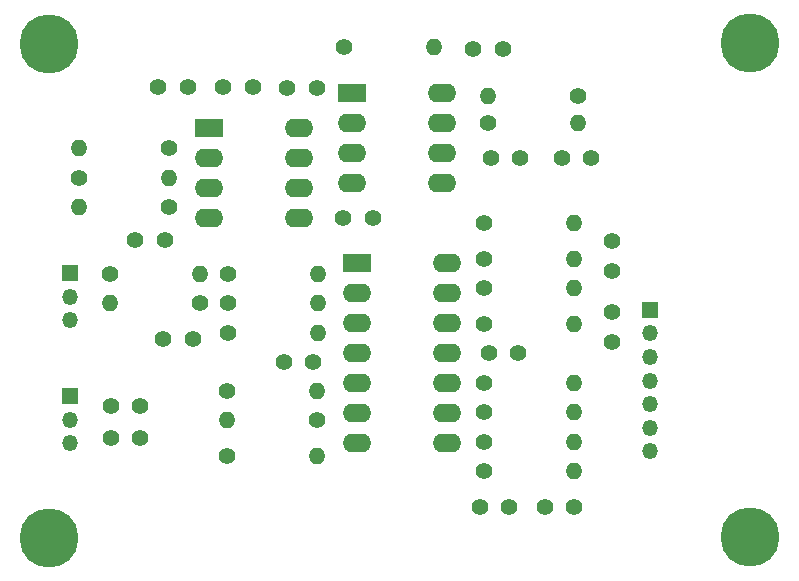
<source format=gbr>
%TF.GenerationSoftware,KiCad,Pcbnew,9.0.5*%
%TF.CreationDate,2025-10-16T11:43:33+03:30*%
%TF.ProjectId,ECG,4543472e-6b69-4636-9164-5f7063625858,rev?*%
%TF.SameCoordinates,Original*%
%TF.FileFunction,Soldermask,Top*%
%TF.FilePolarity,Negative*%
%FSLAX46Y46*%
G04 Gerber Fmt 4.6, Leading zero omitted, Abs format (unit mm)*
G04 Created by KiCad (PCBNEW 9.0.5) date 2025-10-16 11:43:33*
%MOMM*%
%LPD*%
G01*
G04 APERTURE LIST*
%ADD10C,1.400000*%
%ADD11O,1.400000X1.400000*%
%ADD12R,1.350000X1.350000*%
%ADD13O,1.350000X1.350000*%
%ADD14C,2.900000*%
%ADD15C,5.000000*%
%ADD16R,2.400000X1.600000*%
%ADD17O,2.400000X1.600000*%
G04 APERTURE END LIST*
D10*
%TO.C,C10*%
X90525000Y-87125000D03*
X88025000Y-87125000D03*
%TD*%
%TO.C,R22*%
X117590000Y-88725000D03*
D11*
X125210000Y-88725000D03*
%TD*%
D10*
%TO.C,R7*%
X90930000Y-79300000D03*
D11*
X83310000Y-79300000D03*
%TD*%
D10*
%TO.C,C11*%
X103425000Y-74225000D03*
X100925000Y-74225000D03*
%TD*%
D12*
%TO.C,Supply1*%
X82500000Y-100325000D03*
D13*
X82500000Y-102325000D03*
X82500000Y-104325000D03*
%TD*%
D10*
%TO.C,R6*%
X95900000Y-94975000D03*
D11*
X103520000Y-94975000D03*
%TD*%
D10*
%TO.C,R8*%
X83310000Y-81900000D03*
D11*
X90930000Y-81900000D03*
%TD*%
D10*
%TO.C,R17*%
X117590000Y-94225000D03*
D11*
X125210000Y-94225000D03*
%TD*%
D10*
%TO.C,R13*%
X117590000Y-101725000D03*
D11*
X125210000Y-101725000D03*
%TD*%
D14*
%TO.C,REF\u002A\u002A*%
X140125000Y-70475000D03*
D15*
X140125000Y-70475000D03*
%TD*%
D14*
%TO.C,REF\u002A\u002A*%
X80700000Y-70525000D03*
D15*
X80700000Y-70525000D03*
%TD*%
D10*
%TO.C,C6*%
X118150000Y-80225000D03*
X120650000Y-80225000D03*
%TD*%
%TO.C,C4*%
X117200000Y-109725000D03*
X119700000Y-109725000D03*
%TD*%
%TO.C,R15*%
X117590000Y-106725000D03*
D11*
X125210000Y-106725000D03*
%TD*%
D12*
%TO.C,Input1*%
X82500000Y-89925000D03*
D13*
X82500000Y-91925000D03*
X82500000Y-93925000D03*
%TD*%
D10*
%TO.C,R18*%
X117590000Y-91225000D03*
D11*
X125210000Y-91225000D03*
%TD*%
D10*
%TO.C,C13*%
X108150000Y-85250000D03*
X105650000Y-85250000D03*
%TD*%
%TO.C,C1*%
X90400000Y-95475000D03*
X92900000Y-95475000D03*
%TD*%
%TO.C,C2*%
X95475000Y-74175000D03*
X97975000Y-74175000D03*
%TD*%
%TO.C,R9*%
X105755000Y-70800000D03*
D11*
X113375000Y-70800000D03*
%TD*%
D16*
%TO.C,U2*%
X94280000Y-77605000D03*
D17*
X94280000Y-80145000D03*
X94280000Y-82685000D03*
X94280000Y-85225000D03*
X101900000Y-85225000D03*
X101900000Y-82685000D03*
X101900000Y-80145000D03*
X101900000Y-77605000D03*
%TD*%
D16*
%TO.C,U1*%
X106780000Y-89105000D03*
D17*
X106780000Y-91645000D03*
X106780000Y-94185000D03*
X106780000Y-96725000D03*
X106780000Y-99265000D03*
X106780000Y-101805000D03*
X106780000Y-104345000D03*
X114400000Y-104345000D03*
X114400000Y-101805000D03*
X114400000Y-99265000D03*
X114400000Y-96725000D03*
X114400000Y-94185000D03*
X114400000Y-91645000D03*
X114400000Y-89105000D03*
%TD*%
D10*
%TO.C,C12*%
X116675000Y-70975000D03*
X119175000Y-70975000D03*
%TD*%
%TO.C,C14*%
X120450000Y-96725000D03*
X117950000Y-96725000D03*
%TD*%
%TO.C,R4*%
X95900000Y-89975000D03*
D11*
X103520000Y-89975000D03*
%TD*%
D14*
%TO.C,REF\u002A\u002A*%
X80700000Y-112325000D03*
D15*
X80700000Y-112325000D03*
%TD*%
D14*
%TO.C,REF\u002A\u002A*%
X140125000Y-112275000D03*
D15*
X140125000Y-112275000D03*
%TD*%
D10*
%TO.C,R14*%
X117590000Y-99225000D03*
D11*
X125210000Y-99225000D03*
%TD*%
D10*
%TO.C,R2*%
X85900000Y-89975000D03*
D11*
X93520000Y-89975000D03*
%TD*%
D10*
%TO.C,C7*%
X126650000Y-80225000D03*
X124150000Y-80225000D03*
%TD*%
%TO.C,R20*%
X117900000Y-77225000D03*
D11*
X125520000Y-77225000D03*
%TD*%
D10*
%TO.C,R5*%
X95900000Y-92475000D03*
D11*
X103520000Y-92475000D03*
%TD*%
D16*
%TO.C,U3*%
X106375000Y-74680000D03*
D17*
X106375000Y-77220000D03*
X106375000Y-79760000D03*
X106375000Y-82300000D03*
X113995000Y-82300000D03*
X113995000Y-79760000D03*
X113995000Y-77220000D03*
X113995000Y-74680000D03*
%TD*%
D10*
%TO.C,C8*%
X128400000Y-95725000D03*
X128400000Y-93225000D03*
%TD*%
%TO.C,R12*%
X103470000Y-102375000D03*
D11*
X95850000Y-102375000D03*
%TD*%
D10*
%TO.C,R11*%
X95850000Y-105375000D03*
D11*
X103470000Y-105375000D03*
%TD*%
D10*
%TO.C,C17*%
X88450000Y-103900000D03*
X85950000Y-103900000D03*
%TD*%
%TO.C,R21*%
X117590000Y-85725000D03*
D11*
X125210000Y-85725000D03*
%TD*%
D10*
%TO.C,R1*%
X90910000Y-84300000D03*
D11*
X83290000Y-84300000D03*
%TD*%
D12*
%TO.C,J2*%
X131600000Y-93025000D03*
D13*
X131600000Y-95025000D03*
X131600000Y-97025000D03*
X131600000Y-99025000D03*
X131600000Y-101025000D03*
X131600000Y-103025000D03*
X131600000Y-105025000D03*
%TD*%
D10*
%TO.C,R19*%
X125505000Y-74975000D03*
D11*
X117885000Y-74975000D03*
%TD*%
D10*
%TO.C,C9*%
X128400000Y-89725000D03*
X128400000Y-87225000D03*
%TD*%
%TO.C,C16*%
X85975000Y-101175000D03*
X88475000Y-101175000D03*
%TD*%
%TO.C,C3*%
X89975000Y-74175000D03*
X92475000Y-74175000D03*
%TD*%
%TO.C,R10*%
X95840000Y-99925000D03*
D11*
X103460000Y-99925000D03*
%TD*%
D10*
%TO.C,R16*%
X117590000Y-104225000D03*
D11*
X125210000Y-104225000D03*
%TD*%
D10*
%TO.C,R3*%
X93520000Y-92475000D03*
D11*
X85900000Y-92475000D03*
%TD*%
D10*
%TO.C,C15*%
X103100000Y-97425000D03*
X100600000Y-97425000D03*
%TD*%
%TO.C,C5*%
X122700000Y-109725000D03*
X125200000Y-109725000D03*
%TD*%
M02*

</source>
